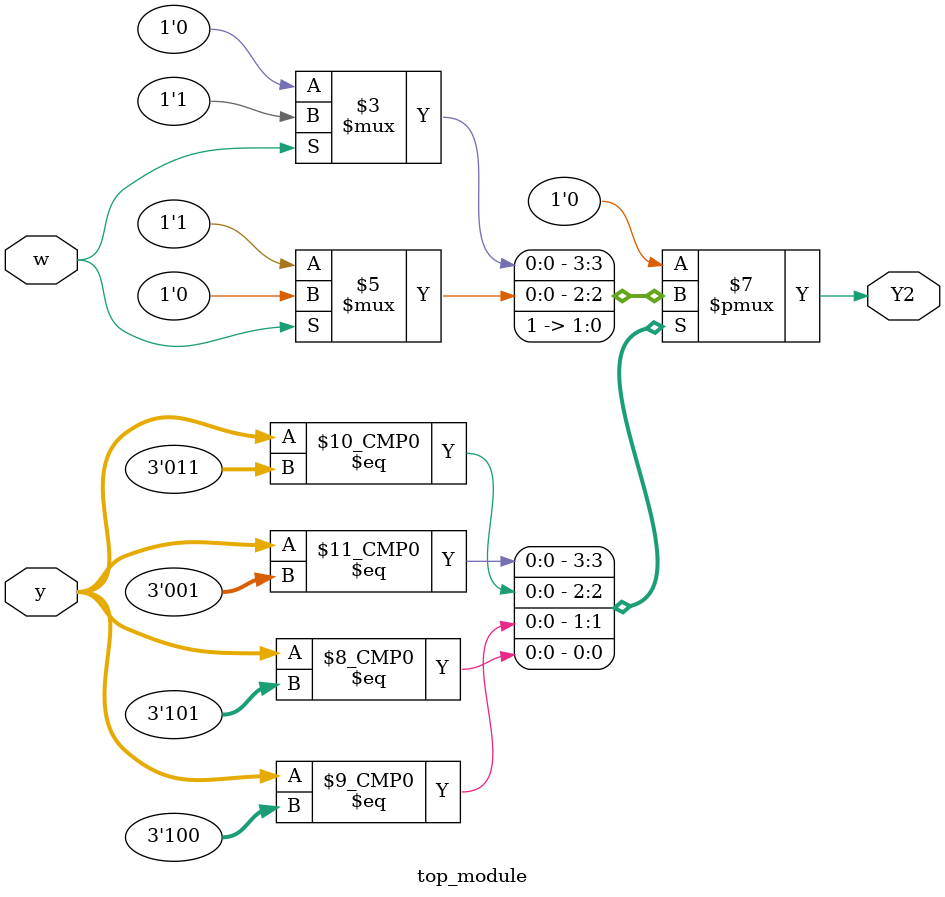
<source format=sv>
module top_module(
    input [3:1] y,
    input w,
    output reg Y2);

    // state encoding
    localparam A = 3'b000;
    localparam B = 3'b001;
    localparam C = 3'b010;
    localparam D = 3'b011;
    localparam E = 3'b100;
    localparam F = 3'b101;

    always @(*) begin
        case (y)
            A: Y2 = 1'b0; // Default value; remains same regardless of the input w
            B: Y2 = (w == 1'b0) ? 1'b0 : 1'b1;
            C: Y2 = 1'b0; // Default value; remains same regardless of the input w
            D: Y2 = (w == 1'b0) ? 1'b1 : 1'b0;
            E: Y2 = 1'b1; // Default value; remains same regardless of the input w
            F: Y2 = 1'b1; // Default value; remains same regardless of the input w
            default: Y2 = 1'b0; // Default case
        endcase
    end

endmodule

</source>
